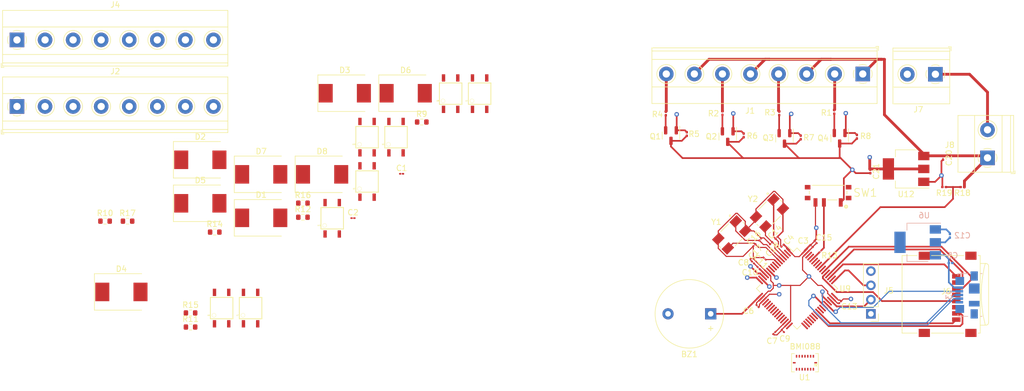
<source format=kicad_pcb>
(kicad_pcb (version 20211014) (generator pcbnew)
  (layers (0 "F.Cu" signal) (1 "In1.Cu" power) (2 "In2.Cu" power) (31 "B.Cu" signal) (34 "B.Paste" user) (35 "F.Paste" user) (36 "B.SilkS" user "B.Silkscreen") (37 "F.SilkS" user "F.Silkscreen") (38 "B.Mask" user) (39 "F.Mask" user) (44 "Edge.Cuts" user))
  (net 0 "")
  (net 1 "BUZZER")
  (net 2 "GND")
  (net 3 "3.3V")
  (net 4 "Net-(C5-Pad1)")
  (net 5 "Net-(C7-Pad1)")
  (net 6 "Net-(C10-Pad2)")
  (net 7 "Net-(C11-Pad1)")
  (net 8 "RCC_OSC32_OUT")
  (net 9 "RCC_OSC32_IN")
  (net 10 "RCC_OSC_IN")
  (net 11 "RCC_OSC_OUT")
  (net 12 "PWR")
  (net 13 "Net-(D1-Pad1)")
  (net 14 "Net-(D2-Pad1)")
  (net 15 "Net-(D3-Pad1)")
  (net 16 "Net-(D4-Pad1)")
  (net 17 "Net-(D5-Pad1)")
  (net 18 "Net-(D6-Pad1)")
  (net 19 "Net-(D7-Pad1)")
  (net 20 "Net-(J1-Pad2)")
  (net 21 "Net-(J1-Pad4)")
  (net 22 "Net-(J1-Pad6)")
  (net 23 "Net-(J1-Pad8)")
  (net 24 "USB_OTG_FS_DM")
  (net 25 "USB_OTG_FS_DP")
  (net 26 "USB_OTG_FS_ID")
  (net 28 "SYS_JTMS-SWDIO")
  (net 29 "SYS_JTCK_SWCLK")
  (net 30 "SDIO_D2")
  (net 31 "SDIO_D3")
  (net 32 "SDIO_CMD")
  (net 33 "SDIO_CK")
  (net 34 "SDIO_D0")
  (net 35 "SDIO_D1")
  (net 37 "BATT+")
  (net 38 "PYRO4")
  (net 39 "Net-(Q1-Pad2)")
  (net 40 "PYRO3")
  (net 41 "Net-(Q2-Pad2)")
  (net 42 "PYRO2")
  (net 43 "Net-(Q3-Pad2)")
  (net 44 "PYRO1")
  (net 45 "Net-(Q4-Pad2)")
  (net 46 "Net-(R9-Pad1)")
  (net 47 "SOL2")
  (net 48 "Net-(R10-Pad1)")
  (net 49 "SOL3")
  (net 50 "Net-(R11-Pad1)")
  (net 51 "SOL1")
  (net 52 "Net-(R12-Pad1)")
  (net 53 "SOL4")
  (net 54 "Net-(R13-Pad1)")
  (net 55 "Net-(R13-Pad2)")
  (net 56 "Net-(R14-Pad1)")
  (net 57 "SOL5")
  (net 58 "Net-(R15-Pad1)")
  (net 59 "SOL8")
  (net 60 "Net-(R16-Pad1)")
  (net 61 "SOL6")
  (net 62 "Net-(R17-Pad1)")
  (net 63 "SOL7")
  (net 64 "VMON")
  (net 66 "INT_ACC1")
  (net 67 "MISO")
  (net 68 "CS1_ACC")
  (net 69 "INT_GYRO2")
  (net 70 "INT_GYRO1")
  (net 71 "MOSI")
  (net 72 "SCK")
  (net 73 "CS2_GYRO")
  (net 74 "INT_ACC2")
  (net 85 "Net-(D8-Pad1)")
  (footprint "Resistor_SMD:R_0603_1608Metric" (layer "F.Cu") (at 54.8268 55.2422)
    (fp_text reference "R16")
    (fp_text value "270")
  )
  (footprint "Resistor_SMD:R_0603_1608Metric" (layer "F.Cu") (at 75.9968 40.7922)
    (fp_text reference "R9")
    (fp_text value "270")
  )
  (footprint "Diode_SMD:D_SMC" (layer "F.Cu") (at 62.2868 35.6622)
    (fp_text reference "D3")
    (fp_text value "B330")
  )
  (footprint "Package_TO_SOT_SMD:SOT-23" (layer "F.Cu") (at 140.6144 43.713399 -90)
    (fp_text reference "Q3")
    (fp_text value "2N7002K")
  )
  (footprint "Capacitor_SMD:C_01005_0402Metric" (layer "F.Cu") (at 137.071233 65.114883 135)
    (fp_text reference "C11")
    (fp_text value "100nF")
  )
  (footprint "Capacitor_SMD:C_01005_0402Metric" (layer "F.Cu") (at 138.798433 78.373683 -135)
    (fp_text reference "C7")
    (fp_text value "4.7uF")
  )
  (footprint "Diode_SMD:D_SMC" (layer "F.Cu") (at 22.4868 71.0622)
    (fp_text reference "D4")
    (fp_text value "B330")
  )
  (footprint "BMI088:BMI088" (layer "F.Cu") (at 144.26585 83.674573 180)
    (fp_text reference "U1")
    (fp_text value "BMI088")
  )
  (footprint "TerminalBlock_Phoenix:TerminalBlock_Phoenix_MKDS-1,5-2_1x02_P5.00mm_Horizontal" (layer "F.Cu") (at 176.7842 47.1786 90)
    (fp_text reference "J8")
    (fp_text value "Screw_Terminal_01x02")
  )
  (footprint "Capacitor_SMD:C_01005_0402Metric" (layer "F.Cu") (at 63.7468 57.9122)
    (fp_text reference "C2")
    (fp_text value "100nF")
  )
  (footprint "CPC1020NTR:4-SOP" (layer "F.Cu") (at 86.3025 35.7372)
    (fp_text reference "U4")
    (fp_text value "CPC1020NTR")
  )
  (footprint "Resistor_SMD:R_0201_0603Metric" (layer "F.Cu") (at 143.51 43.535599 90)
    (fp_text reference "R7")
    (fp_text value "470")
  )
  (footprint "TerminalBlock_Phoenix:TerminalBlock_Phoenix_MKDS-1,5-8_1x08_P5.00mm_Horizontal" (layer "F.Cu") (at 154.5584 32.232399 180)
    (fp_text reference "J1")
    (fp_text value "Screw_Terminal_01x08")
  )
  (footprint "Buzzer_Beeper:Buzzer_12x9.5RM7.6" (layer "F.Cu") (at 127.468922 74.960922 180)
    (fp_text reference "BZ1")
    (fp_text value "Buzzer")
  )
  (footprint "CPC1020NTR:4-SOP" (layer "F.Cu") (at 60.0425 57.9372)
    (fp_text reference "U11")
    (fp_text value "CPC1020NTR")
  )
  (footprint "Package_TO_SOT_SMD:SOT-23" (layer "F.Cu") (at 130.5052 43.383199 -90)
    (fp_text reference "Q2")
    (fp_text value "2N7002K")
  )
  (footprint "Package_TO_SOT_SMD:SOT-223-3_TabPin2" (layer "F.Cu") (at 162.2806 49.148999 180)
    (fp_text reference "U12")
    (fp_text value "NCP1117-3.3_SOT223")
  )
  (footprint "Capacitor_SMD:C_01005_0402Metric" (layer "F.Cu") (at 139.204832 61.406484 45)
    (fp_text reference "C14")
    (fp_text value "26pf")
  )
  (footprint "Resistor_SMD:R_0603_1608Metric" (layer "F.Cu") (at 54.8268 57.7522)
    (fp_text reference "R12")
    (fp_text value "270")
  )
  (footprint "CPC1020NTR:4-SOP" (layer "F.Cu") (at 45.5025 73.9372)
    (fp_text reference "U7")
    (fp_text value "CPC1020NTR")
  )
  (footprint "Capacitor_SMD:C_01005_0402Metric" (layer "F.Cu") (at 150.524078 72.894322 -135)
    (fp_text reference "C13")
    (fp_text value "100nF")
  )
  (footprint "Resistor_SMD:R_0603_1608Metric" (layer "F.Cu") (at 34.8068 74.8022)
    (fp_text reference "R15")
    (fp_text value "270")
  )
  (footprint "Capacitor_SMD:C_0201_0603Metric" (layer "F.Cu") (at 155.9052 49.580799 -90)
    (fp_text reference "C21")
    (fp_text value "10uF")
  )
  (footprint "CPC1020NTR:4-SOP" (layer "F.Cu") (at 81.1425 35.7372)
    (fp_text reference "U8")
    (fp_text value "CPC1020NTR")
  )
  (footprint "Resistor_SMD:R_0201_0603Metric" (layer "F.Cu") (at 119.4816 39.268399 90)
    (fp_text reference "R4")
    (fp_text value "1")
  )
  (footprint "CPC1020NTR:4-SOP" (layer "F.Cu") (at 66.2525 51.3872)
    (fp_text reference "U2")
    (fp_text value "CPC1020NTR")
  )
  (footprint "Resistor_SMD:R_0603_1608Metric" (layer "F.Cu") (at 39.1168 60.4022)
    (fp_text reference "R14")
    (fp_text value "270")
  )
  (footprint "Connector_PinHeader_2.54mm:PinHeader_1x04_P2.54mm_Vertical" (layer "F.Cu") (at 156.010478 74.967122 180)
    (fp_text reference "J5")
    (fp_text value "Conn_01x04")
  )
  (footprint "Capacitor_SMD:C_01005_0402Metric" (layer "F.Cu") (at 135.816086 73.579468 135)
    (fp_text reference "C6")
    (fp_text value "100nF")
  )
  (footprint "PCM12SMTR:SW_PCM12SMTR" (layer "F.Cu") (at 148.3868 53.3654 180)
    (fp_text reference "SW1")
    (fp_text value "PCM12SMTR")
  )
  (footprint "Package_TO_SOT_SMD:SOT-23" (layer "F.Cu") (at 120.396 43.205399 -90)
    (fp_text reference "Q1")
    (fp_text value "2N7002K")
  )
  (footprint "Capacitor_SMD:C_0201_0603Metric" (layer "F.Cu") (at 168.8592 47.1678 -90)
    (fp_text reference "C20")
    (fp_text value "100nF")
  )
  (footprint "Capacitor_SMD:C_01005_0402Metric" (layer "F.Cu") (at 140.271633 62.828883 -135)
    (fp_text reference "C4")
    (fp_text value "100nF")
  )
  (footprint "Package_TO_SOT_SMD:SOT-23" (layer "F.Cu") (at 150.4442 43.687999 -90)
    (fp_text reference "Q4")
    (fp_text value "2N7002K")
  )
  (footprint "Resistor_SMD:R_0603_1608Metric" (layer "F.Cu") (at 23.5868 58.4522)
    (fp_text reference "R17")
    (fp_text value "270")
  )
  (footprint "CPC1020NTR:4-SOP" (layer "F.Cu") (at 71.4125 43.4872)
    (fp_text reference "U3")
    (fp_text value "CPC1020NTR")
  )
  (footprint "Resistor_SMD:R_0201_0603Metric" (layer "F.Cu") (at 172.3136 52.3748 180)
    (fp_text reference "R18")
    (fp_text value "1M")
  )
  (footprint "Capacitor_SMD:C_01005_0402Metric" (layer "F.Cu") (at 138.239633 62.371683 -135)
    (fp_text reference "C18")
    (fp_text value "26uf")
  )
  (footprint "Diode_SMD:D_SMC" (layer "F.Cu") (at 36.5468 47.5222)
    (fp_text reference "D2")
    (fp_text value "B330")
  )
  (footprint "Capacitor_SMD:C_01005_0402Metric" (layer "F.Cu") (at 136.004024 66.807068 135)
    (fp_text reference "C10")
    (fp_text value "1uF")
  )
  (footprint "Resistor_SMD:R_0201_0603Metric" (layer "F.Cu") (at 133.35 43.169799 90)
    (fp_text reference "R6")
    (fp_text value "470")
  )
  (footprint "Diode_SMD:D_SMC" (layer "F.Cu") (at 73.1368 35.6622)
    (fp_text reference "D6")
    (fp_text value "B330")
  )
  (footprint "Resistor_SMD:R_0201_0603Metric" (layer "F.Cu") (at 149.479 38.988999 90)
    (fp_text reference "R1")
    (fp_text value "1")
  )
  (footprint "Capacitor_SMD:C_01005_0402Metric" (layer "F.Cu") (at 135.242433 62.727283 -135)
    (fp_text reference "C17")
    (fp_text value "26uf")
  )
  (footprint "TerminalBlock_Phoenix:TerminalBlock_Phoenix_MKDS-1,5-8_1x08_P5.00mm_Horizontal" (layer "F.Cu") (at 3.8868 38.0222)
    (fp_text reference "J2")
    (fp_text value "Screw_Terminal_01x08")
  )
  (footprint "Resistor_SMD:R_0201_0603Metric" (layer "F.Cu") (at 129.5654 39.202799 90)
    (fp_text reference "R2")
    (fp_text value "1")
  )
  (footprint "Resistor_SMD:R_0603_1608Metric" (layer "F.Cu") (at 19.5768 58.4522)
    (fp_text reference "R10")
    (fp_text value "270")
  )
  (footprint "Capacitor_SMD:C_01005_0402Metric" (layer "F.Cu") (at 135.004678 65.807722 135)
    (fp_text reference "C8")
    (fp_text value "100nF")
  )
  (footprint "Diode_SMD:D_SMC" (layer "F.Cu") (at 36.5468 55.2722)
    (fp_text reference "D5")
    (fp_text value "B330")
  )
  (footprint "Resistor_SMD:R_0201_0603Metric" (layer "F.Cu") (at 153.5176 43.408599 90)
    (fp_text reference "R8")
    (fp_text value "470")
  )
  (footprint "ABMM2_6mm_3_6mm:XTAL_ABMM2-32.768MHZ-E2F-T" (layer "F.Cu") (at 137.934833 56.986883 -45)
    (fp_text reference "Y2")
    (fp_text value "ABMM2-32.768MHZ-E2F-T")
  )
  (footprint "Resistor_SMD:R_0603_1608Metric" (layer "F.Cu") (at 34.8068 77.3122)
    (fp_text reference "R11")
    (fp_text value "270")
  )
  (footprint "Diode_SMD:D_SMC" (layer "F.Cu") (at 47.3968 50.1122)
    (fp_text reference "D7")
    (fp_text value "B330")
  )
  (footprint "Resistor_SMD:R_01005_0402Metric" (layer "F.Cu") (at 147.018878 63.826522 45)
    (fp_text reference "R13")
    (fp_text value "10k")
  )
  (footprint "Capacitor_SMD:C_01005_0402Metric" (layer "F.Cu") (at 145.453233 62.879683 -45)
    (fp_text reference "C3")
    (fp_text value "100nF")
  )
  (footprint "Connector_Card:microSD_HC_Wuerth_693072010801" (layer "F.Cu") (at 169.675078 71.489122 -90)
    (fp_text reference "J6")
    (fp_text value "Micro_SD_Card")
  )
  (footprint "Diode_SMD:D_SMC" (layer "F.Cu") (at 58.2468 50.1122)
    (fp_text reference "D8")
    (fp_text value "B330")
  )
  (footprint "Package_QFP:LQFP-64_10x10mm_P0.5mm" (layer "F.Cu") (at 142.853278 70.455922 -45)
    (fp_text reference "U9")
    (fp_text value "STM32F401RDTx")
  )
  (footprint "Capacitor_SMD:C_01005_0402Metric" (layer "F.Cu") (at 140.322433 78.018083 135)
    (fp_text reference "C9")
    (fp_text value "100nF")
  )
  (footprint "TerminalBlock_Phoenix:TerminalBlock_Phoenix_MKDS-1,5-2_1x02_P5.00mm_Horizontal" (layer "F.Cu") (at 167.4984 32.283199 180)
    (fp_text reference "J7")
    (fp_text value "Screw_Terminal_01x02")
  )
  (footprint "Resistor_SMD:R_0201_0603Metric" (layer "F.Cu") (at 139.6746 39.242999 90)
    (fp_text reference "R3")
    (fp_text value "1")
  )
  (footprint "ABMM2_6mm_3_6mm:XTAL_ABMM2-25.000MHZ-D1-T" (layer "F.Cu") (at 131.229233 60.898483 -45)
    (fp_text reference "Y1")
    (fp_text value "ABMM2-25MHZ-D1-T")
  )
  (footprint "Resistor_SMD:R_0201_0603Metric" (layer "F.Cu") (at 123.2154 42.925999 90)
    (fp_text reference "R5")
    (fp_text value "470")
  )
  (footprint "Capacitor_SMD:C_01005_0402Metric" (layer "F.Cu") (at 146.164433 62.168483 135)
    (fp_text reference "C15")
    (fp_text value "4.7uF")
  )
  (footprint "CPC1020NTR:4-SOP" (layer "F.Cu") (at 40.3425 73.9372)
    (fp_text reference "U5")
    (fp_text value "CPC1020NTR")
  )
  (footprint "CPC1020NTR:4-SOP" (layer "F.Cu") (at 66.2525 43.4872)
    (fp_text reference "U10")
    (fp_text value "CPC1020NTR")
  )
  (footprint "Capacitor_SMD:C_01005_0402Metric" (layer "F.Cu") (at 72.4068 50.0122)
    (fp_text reference "C1")
    (fp_text value "100nF")
  )
  (footprint "Capacitor_SMD:C_01005_0402Metric" (layer "F.Cu") (at 136.309233 61.711283 45)
    (fp_text reference "C16")
    (fp_text value "26pf")
  )
  (footprint "Resistor_SMD:R_0201_0603Metric" (layer "F.Cu") (at 169.0624 52.3748 180)
    (fp_text reference "R19")
    (fp_text value "100K")
  )
  (footprint "TerminalBlock_Phoenix:TerminalBlock_Phoenix_MKDS-1,5-8_1x08_P5.00mm_Horizontal" (layer "F.Cu") (at 3.8868 26.1622)
    (fp_text reference "J4")
    (fp_text value "Screw_Terminal_01x08")
  )
  (footprint "Diode_SMD:D_SMC" (layer "F.Cu") (at 47.3968 57.8622)
    (fp_text reference "D1")
    (fp_text value "B330")
  )
  (footprint "Capacitor_SMD:C_0201_0603Metric" (layer "B.Cu") (at 170.209078 65.909322)
    (fp_text reference "C5")
    (fp_text value "100nF")
  )
  (footprint "Connector_USB:USB_Micro-B_Molex_47346-0001" (layer "B.Cu") (at 173.215878 71.598922 -90)
    (fp_text reference "J3")
    (fp_text value "USB_B_Micro")
  )
  (footprint "Package_TO_SOT_SMD:SOT-223-3_TabPin2" (layer "B.Cu") (at 164.341678 62.226322 180)
    (fp_text reference "U6")
    (fp_text value "NCP1117-3.3_SOT223")
  )
  (footprint "Capacitor_SMD:C_0201_0603Metric" (layer "B.Cu") (at 170.082078 61.057922 90)
    (fp_text reference "C12")
    (fp_text value "10uF")
  )
  (segment (start 136.188797 71.817103) (end 133.044978 74.960922) (width 0.3) (layer "F.Cu") (net 1))
  (segment (start 133.044978 74.960922) (end 127.468922 74.960922) (width 0.3) (layer "F.Cu") (net 1))
  (segment (start 135.53067 58.294102) (end 135.53067 57.69399) (width 0.2) (layer "F.Cu") (net 2))
  (segment (start 139.931989 61.780087) (end 139.381609 61.229707) (width 0.2) (layer "F.Cu") (net 2))
  (segment (start 153.304199 49.900799) (end 152.7048 49.3014) (width 0.3) (layer "F.Cu") (net 2))
  (segment (start 168.7424 52.3748) (end 168.7424 50.48) (width 0.3) (layer "F.Cu") (net 2))
  (segment (start 138.062856 62.54846) (end 136.947303 61.432907) (width 0.2) (layer "F.Cu") (net 2))
  (segment (start 165.4306 51.448999) (end 167.448201 51.448999) (width 0.3) (layer "F.Cu") (net 2))
  (segment (start 145.63001 63.082996) (end 144.568012 64.144994) (width 0.2) (layer "F.Cu") (net 2))
  (segment (start 140.338996 56.279776) (end 140.338996 60.27232) (width 0.25) (layer "F.Cu") (net 2))
  (segment (start 123.2154 43.245999) (end 122.3185 44.142899) (width 0.3) (layer "F.Cu") (net 2))
  (segment (start 151.1868 54.5654) (end 151.1868 50.8194) (width 0.3) (layer "F.Cu") (net 2))
  (segment (start 150.4442 44.625499) (end 150.4442 47.0408) (width 0.3) (layer "F.Cu") (net 2))
  (segment (start 138.621656 78.55046) (end 138.784525 78.713327) (width 0.2) (layer "F.Cu") (net 2))
  (segment (start 150.4442 47.0408) (end 150.622 47.2186) (width 0.3) (layer "F.Cu") (net 2))
  (segment (start 135.53067 57.69399) (end 135.53067 56.279774) (width 0.2) (layer "F.Cu") (net 2))
  (segment (start 137.7442 70.9168) (end 138.100994 70.9168) (width 0.2) (layer "F.Cu") (net 2))
  (segment (start 149.164206 72.176806) (end 150.058499 73.071099) (width 0.2) (layer "F.Cu") (net 2))
  (segment (start 141.707999 69.924801) (end 141.732 69.9008) (width 0.2) (layer "F.Cu") (net 2))
  (segment (start 135.14288 60.191376) (end 133.633396 60.191376) (width 0.2) (layer "F.Cu") (net 2))
  (segment (start 139.273635 78.713327) (end 140.145656 77.841306) (width 0.2) (layer "F.Cu") (net 2))
  (segment (start 168.5798 47.7672) (end 168.8592 47.4878) (width 0.3) (layer "F.Cu") (net 2))
  (segment (start 136.47164 72.170656) (end 136.54235 72.170656) (width 0.2) (layer "F.Cu") (net 2))
  (segment (start 146.5834 69.9008) (end 147.250506 69.9008) (width 0.2) (layer "F.Cu") (net 2))
  (segment (start 150.058499 73.071099) (end 150.347301 73.071099) (width 0.2) (layer "F.Cu") (net 2))
  (segment (start 141.732 69.9008) (end 143.383 69.9008) (width 0.2) (layer "F.Cu") (net 2))
  (segment (start 128.82507 60.191374) (end 131.953495 57.062949) (width 0.2) (layer "F.Cu") (net 2))
  (segment (start 140.338996 60.27232) (end 139.399286 61.21203) (width 0.25) (layer "F.Cu") (net 2))
  (segment (start 153.5176 43.728599) (end 152.6207 44.625499) (width 0.3) (layer "F.Cu") (net 2))
  (segment (start 138.659095 53.151349) (end 138.907625 53.151349) (width 0.2) (layer "F.Cu") (net 2))
  (segment (start 140.145656 77.841306) (end 140.145656 77.759738) (width 0.2) (layer "F.Cu") (net 2))
  (segment (start 138.172465 69.070693) (end 138.172465 68.249983) (width 0.2) (layer "F.Cu") (net 2))
  (segment (start 130.5052 44.320699) (end 130.5052 44.4754) (width 0.3) (layer "F.Cu") (net 2))
  (segment (start 133.35 43.489799) (end 132.5191 44.320699) (width 0.3) (layer "F.Cu") (net 2))
  (segment (start 134.522078 65.121922) (end 135.044404 65.121922) (width 0.2) (layer "F.Cu") (net 2))
  (segment (start 167.448201 51.448999) (end 168.5798 50.3174) (width 0.3) (layer "F.Cu") (net 2))
  (segment (start 140.145656 77.759738) (end 141.138544 76.76685) (width 0.2) (layer "F.Cu") (net 2))
  (segment (start 144.9832 68.3006) (end 146.5834 69.9008) (width 0.2) (layer "F.Cu") (net 2))
  (segment (start 155.9052 49.900799) (end 153.304199 49.900799) (width 0.3) (layer "F.Cu") (net 2))
  (segment (start 136.54235 72.11865) (end 137.7442 70.9168) (width 0.2) (layer "F.Cu") (net 2))
  (segment (start 152.6207 44.625499) (end 150.4442 44.625499) (width 0.3) (layer "F.Cu") (net 2))
  (segment (start 135.53067 56.279774) (end 138.659095 53.151349) (width 0.2) (layer "F.Cu") (net 2))
  (segment (start 139.931989 62.842791) (end 139.931989 61.780087) (width 0.2) (layer "F.Cu") (net 2))
  (segment (start 120.396 45.1612) (end 120.396 44.142899) (width 0.3) (layer "F.Cu") (net 2))
  (segment (start 148.3106 70.960894) (end 148.3106 71.3232) (width 0.2) (layer "F.Cu") (net 2))
  (segment (start 122.4534 47.2186) (end 120.396 45.1612) (width 0.3) (layer "F.Cu") (net 2))
  (segment (start 140.6144 44.650899) (end 143.182101 47.2186) (width 0.3) (layer "F.Cu") (net 2))
  (segment (start 168.5798 50.3174) (end 168.5798 47.7672) (width 0.3) (layer "F.Cu") (net 2))
  (segment (start 152.7048 49.3014) (end 150.622 47.2186) (width 0.3) (layer "F.Cu") (net 2))
  (segment (start 151.1868 50.8194) (end 152.7048 49.3014) (width 0.3) (layer "F.Cu") (net 2))
  (segment (start 122.3185 44.142899) (end 120.396 44.142899) (width 0.3) (layer "F.Cu") (net 2))
  (segment (start 143.182101 47.2186) (end 143.2306 47.2186) (width 0.3) (layer "F.Cu") (net 2))
  (segment (start 140.094856 63.00566) (end 139.931989 62.842791) (width 0.2) (layer "F.Cu") (net 2))
  (segment (start 143.51 43.855599) (end 142.7147 44.650899) (width 0.3) (layer "F.Cu") (net 2))
  (segment (start 136.894456 64.938106) (end 135.270724 64.938106) (width 0.2) (layer "F.Cu") (net 2))
  (segment (start 128.82507 63.302646) (end 128.82507 61.60559) (width 0.2) (layer "F.Cu") (net 2))
  (segment (start 132.5191 44.320699) (end 130.5052 44.320699) (width 0.3) (layer "F.Cu") (net 2))
  (segment (start 146.34121 62.34526) (end 145.63001 63.05646) (width 0.2) (layer "F.Cu") (net 2))
  (segment (start 148.3106 71.3232) (end 149.158056 72.170656) (width 0.2) (layer "F.Cu") (net 2))
  (segment (start 138.618322 69.51655) (end 138.172465 69.070693) (width 0.2) (layer "F.Cu") (net 2))
  (segment (start 141.707999 76.197395) (end 141.707999 69.924801) (width 0.2) (layer "F.Cu") (net 2))
  (segment (start 139.6746 69.9008) (end 141.732 69.9008) (width 0.2) (layer "F.Cu") (net 2))
  (segment (start 128.82507 61.60559) (end 128.82507 60.191374) (width 0.2) (layer "F.Cu") (net 2))
  (segment (start 134.827901 65.630945) (end 134.522078 65.325122) (width 0.2) (layer "F.Cu") (net 2))
  (segment (start 168.7424 50.48) (end 168.5798 50.3174) (width 0.3) (layer "F.Cu") (net 2))
  (segment (start 133.633396 60.191376) (end 135.53067 58.294102) (width 0.2) (layer "F.Cu") (net 2))
  (segment (start 149.164206 72.170656) (end 149.164206 72.176806) (width 0.2) (layer "F.Cu") (net 2))
  (segment (start 133.235699 64.734017) (end 130.256441 64.734017) (width 0.2) (layer "F.Cu") (net 2))
  (segment (start 133.2484 47.2186) (end 122.4534 47.2186) (width 0.3) (layer "F.Cu") (net 2))
  (segment (start 135.065656 62.90406) (end 133.235699 64.734017) (width 0.2) (layer "F.Cu") (net 2))
  (segment (start 138.618322 69.839478) (end 138.618322 69.51655) (width 0.2) (layer "F.Cu") (net 2))
  (segment (start 131.953495 57.062949) (end 132.202025 57.062949) (width 0.2) (layer "F.Cu") (net 2))
  (segment (start 135.065656 65.143174) (end 135.065656 62.90406) (width 0.2) (layer "F.Cu") (net 2))
  (segment (start 144.568012 64.144994) (end 143.8402 64.872806) (width 0.2) (layer "F.Cu") (net 2))
  (segment (start 142.7147 44.650899) (end 140.6144 44.650899) (width 0.3) (layer "F.Cu") (net 2))
  (segment (start 147.250506 69.9008) (end 148.3106 70.960894) (width 0.2) (layer "F.Cu") (net 2))
  (segment (start 138.679644 69.9008) (end 138.618322 69.839478) (width 0.2) (layer "F.Cu") (net 2))
  (segment (start 143.383 69.9008) (end 144.9832 68.3006) (width 0.2) (layer "F.Cu") (net 2))
  (segment (start 143.8402 64.872806) (end 143.8402 67.1576) (width 0.2) (layer "F.Cu") (net 2))
  (segment (start 134.779847 65.608291) (end 134.792547 65.595591) (width 0.3) (layer "F.Cu") (net 2))
  (segment (start 149.158056 72.170656) (end 149.164206 72.170656) (width 0.2) (layer "F.Cu") (net 2))
  (segment (start 143.2306 47.2186) (end 133.2484 47.2186) (width 0.3) (layer "F.Cu") (net 2))
  (segment (start 138.907625 53.151349) (end 140.338996 54.58272) (width 0.2) (layer "F.Cu") (net 2))
  (segment (start 143.8402 67.1576) (end 144.9832 68.3006) (width 0.2) (layer "F.Cu") (net 2))
  (segment (start 132.202025 57.062949) (end 133.633396 58.49432) (width 0.2) (layer "F.Cu") (net 2))
  (segment (start 130.5052 44.4754) (end 133.2484 47.2186) (width 0.3) (layer "F.Cu") (net 2))
  (segment (start 133.633396 58.49432) (end 133.633396 60.191376) (width 0.2) (layer "F.Cu") (net 2))
  (segment (start 135.639309 73.002987) (end 136.47164 72.170656) (width 0.2) (layer "F.Cu") (net 2))
  (segment (start 135.270724 64.938106) (end 135.065656 65.143174) (width 0.2) (layer "F.Cu") (net 2))
  (segment (start 136.48601 61.534506) (end 135.14288 60.191376) (width 0.2) (layer "F.Cu") (net 2))
  (segment (start 150.6368 55.1154) (end 151.1868 54.5654) (width 0.3) (layer "F.Cu") (net 2))
  (segment (start 135.639309 73.402691) (end 135.639309 73.002987) (width 0.2) (layer "F.Cu") (net 2))
  (segment (start 137.60301 67.680528) (end 135.065656 65.143174) (width 0.2) (layer "F.Cu") (net 2))
  (segment (start 135.044404 65.121922) (end 135.065656 65.143174) (width 0.2) (layer "F.Cu") (net 2))
  (segment (start 130.256441 64.734017) (end 128.82507 63.302646) (width 0.2) (layer "F.Cu") (net 2))
  (segment (start 140.338996 54.58272) (end 140.338996 56.279776) (width 0.2) (layer "F.Cu") (net 2))
  (segment (start 136.54235 72.170656) (end 136.54235 72.11865) (width 0.2) (layer "F.Cu") (net 2))
  (segment (start 150.622 47.2186) (end 143.2306 47.2186) (width 0.3) (layer "F.Cu") (net 2))
  (segment (start 138.100994 70.9168) (end 138.618322 70.399472) (width 0.2) (layer "F.Cu") (net 2))
  (segment (start 138.172465 68.249983) (end 137.60301 67.680528) (width 0.2) (layer "F.Cu") (net 2))
  (segment (start 138.784525 78.713327) (end 139.273635 78.713327) (width 0.2) (layer "F.Cu") (net 2))
  (segment (start 134.522078 65.325122) (end 134.522078 65.121922) (width 0.2) (layer "F.Cu") (net 2))
  (segment (start 145.63001 63.05646) (end 145.63001 63.082996) (width 0.2) (layer "F.Cu") (net 2))
  (segment (start 141.138544 76.76685) (end 141.707999 76.197395) (width 0.2) (layer "F.Cu") (net 2))
  (segment (start 139.6746 69.9008) (end 138.679644 69.9008) (width 0.2) (layer "F.Cu") (net 2))
  (segment (start 136.947303 61.432907) (end 136.384409 61.432907) (width 0.2) (layer "F.Cu") (net 2))
  (segment (start 138.618322 70.399472) (end 138.618322 69.839478) (width 0.2) (layer "F.Cu") (net 2))
  (via (at 139.6746 69.9008) (size 0.8) (drill 0.4) (layers "F.Cu" "B.Cu") (net 2))
  (via (at 144.9832 68.3006) (size 0.8) (drill 0.4) (layers "F.Cu" "B.Cu") (net 2))
  (via (at 168.5798 50.3174) (size 0.8) (drill 0.4) (layers "F.Cu" "B.Cu") (net 2))
  (via (at 152.7048 49.3014) (size 0.8) (drill 0.4) (layers "F.Cu" "B.Cu") (net 2))
  (via (at 119.884322 74.960922) (size 0.8) (drill 0.4) (layers "F.Cu" "B.Cu") (remove_unused_layers) (net 2))
  (segment (start 169.433078 59.926322) (end 167.491678 59.926322) (width 0.3) (layer "B.Cu") (net 2))
  (segment (start 170.082078 60.737922) (end 170.082078 60.575322) (width 0.3) (layer "B.Cu") (net 2))
  (segment (start 170.082078 60.575322) (end 169.433078 59.926322) (width 0.3) (layer "B.Cu") (net 2))
  (segment (start 136.234573 67.019199) (end 136.216155 67.019199) (width 0.3) (layer "F.Cu") (net 3))
  (segment (start 146.1368 59.4974) (end 146.2786 59.6392) (width 0.2) (layer "F.Cu") (net 3))
  (segment (start 141.492097 63.793497) (end 142.4686 64.77) (width 0.2) (layer "F.Cu") (net 3))
  (segment (start 137.249457 68.034081) (end 136.234573 67.019199) (width 0.3) (layer "F.Cu") (net 3))
  (segment (start 155.977 49.148999) (end 155.9052 49.220799) (width 0.5) (layer "F.Cu") (net 3))
  (segment (start 136.15573 73.26727) (end 136.15573 73.593378) (width 0.2) (layer "F.Cu") (net 3))
  (segment (start 151.1046 72.3138) (end 150.700855 72.717545) (width 0.2) (layer "F.Cu") (net 3))
  (segment (start 146.2786 61.630054) (end 145.952302 61.956352) (width 0.3) (layer "F.Cu") (net 3))
  (segment (start 150.700855 72.717545) (end 150.500308 72.517) (width 0.2) (layer "F.Cu") (net 3))
  (segment (start 155.8652 49.220799) (end 155.9052 49.220799) (width 0.5) (layer "F.Cu") (net 3))
  (segment (start 137.9474 71.4756) (end 139.6746 71.4756) (width 0.2) (layer "F.Cu") (net 3))
  (segment (start 144.214459 63.694195) (end 145.241102 62.667552) (width 0.3) (layer "F.Cu") (net 3))
  (segment (start 159.1306 49.148999) (end 155.977 49.148999) (width 0.5) (layer "F.Cu") (net 3))
  (segment (start 142.4686 64.77) (end 143.2359 64.77) (width 0.2) (layer "F.Cu") (net 3))
  (segment (start 141.492097 63.791441) (end 141.492097 63.625085) (width 0.3) (layer "F.Cu") (net 3))
  (segment (start 141.492097 63.625085) (end 140.483764 62.616752) (width 0.3) (layer "F.Cu") (net 3))
  (segment (start 136.895903 72.524209) (end 136.898791 72.524209) (width 0.2) (layer "F.Cu") (net 3))
  (segment (start 145.987656 61.991706) (end 145.276456 62.702906) (width 0.2) (layer "F.Cu") (net 3))
  (segment (start 144.214459 63.791441) (end 144.214459 63.694195) (width 0.3) (layer "F.Cu") (net 3))
  (segment (start 150.217656 72.517) (end 149.517759 71.817103) (width 0.2) (layer "F.Cu") (net 3))
  (segment (start 141.492097 63.791441) (end 141.492097 63.793497) (width 0.2) (layer "F.Cu") (net 3))
  (segment (start 152.4508 72.3138) (end 151.1046 72.3138) (width 0.2) (layer "F.Cu") (net 3))
  (segment (start 136.898791 72.524209) (end 137.9474 71.4756) (width 0.2) (layer "F.Cu") (net 3))
  (segment (start 150.500308 72.517) (end 150.217656 72.517) (width 0.2) (layer "F.Cu") (net 3))
  (segment (start 136.15573 73.593378) (end 135.992863 73.756245) (width 0.2) (layer "F.Cu") (net 3))
  (segment (start 136.895903 72.524209) (end 136.966615 72.524209) (width 0.2) (layer "F.Cu") (net 3))
  (segment (start 146.2786 59.6392) (end 146.2786 61.630054) (width 0.3) (layer "F.Cu") (net 3))
  (segment (start 143.2359 64.77) (end 144.214459 63.791441) (width 0.2) (layer "F.Cu") (net 3))
  (segment (start 155.8036 49.159199) (end 155.8652 49.220799) (width 0.5) (layer "F.Cu") (net 3))
  (segment (start 155.8036 47.0662) (end 155.8036 49.159199) (width 0.5) (layer "F.Cu") (net 3))
  (segment (start 165.4306 49.148999) (end 159.1306 49.148999) (width 0.5) (layer "F.Cu") (net 3))
  (segment (start 136.895903 72.527097) (end 136.15573 73.26727) (width 0.2) (layer "F.Cu") (net 3))
  (segment (start 136.895903 72.524209) (end 136.895903 72.527097) (width 0.2) (layer "F.Cu") (net 3))
  (segment (start 146.1368 55.1154) (end 146.1368 59.4974) (width 0.2) (layer "F.Cu") (net 3))
  (via (at 146.2786 59.6392) (size 0.8) (drill 0.4) (layers "F.Cu" "B.Cu") (net 3))
  (via (at 155.8036 47.0662) (size 0.8) (drill 0.4) (layers "F.Cu" "B.Cu") (net 3))
  (via (at 139.6746 71.4756) (size 0.8) (drill 0.4) (layers "F.Cu" "B.Cu") (net 3))
  (via (at 152.4508 72.3138) (size 0.8) (drill 0.4) (layers "F.Cu" "B.Cu") (net 3))
  (segment (start 167.491678 62.226322) (end 169.233678 62.226322) (width 0.3) (layer "B.Cu") (net 3))
  (segment (start 169.233678 62.226322) (end 170.082078 61.377922) (width 0.3) (layer "B.Cu") (net 3))
  (segment (start 169.889078 65.909322) (end 169.889078 65.208322) (width 0.3) (layer "B.Cu") (net 4))
  (segment (start 171.755878 70.298922) (end 170.840878 70.298922) (width 0.3) (layer "B.Cu") (net 4))
  (segment (start 170.840878 70.298922) (end 169.889078 69.347122) (width 0.3) (layer "B.Cu") (net 4))
  (segment (start 169.889078 65.208322) (end 169.207078 64.526322) (width 0.3) (layer "B.Cu") (net 4))
  (segment (start 169.889078 69.347122) (end 169.889078 65.909322) (width 0.3) (layer "B.Cu") (net 4))
  (segment (start 169.207078 64.526322) (end 167.491678 64.526322) (width 0.3) (layer "B.Cu") (net 4))
  (segment (start 139.001382 78.196906) (end 140.784991 76.413297) (width 0.2) (layer "F.Cu") (net 5))
  (segment (start 138.97521 78.196906) (end 139.001382 78.196906) (width 0.2) (layer "F.Cu") (net 5))
  (segment (start 135.181455 65.984499) (end 135.827247 66.630291) (width 0.2) (layer "F.Cu") (net 6))
  (segment (start 137.24801 65.29166) (end 138.749676 65.29166) (width 0.2) (layer "F.Cu") (net 7))
  (segment (start 138.749676 65.29166) (end 139.370777 65.912761) (width 0.2) (layer "F.Cu") (net 7))
  (segment (start 139.370777 65.912761) (end 139.300067 65.912761) (width 0.2) (layer "F.Cu") (net 7))
  (segment (start 138.436506 62.194906) (end 138.41641 62.194906) (width 0.2) (layer "F.Cu") (net 8))
  (segment (start 138.915322 62.673722) (end 138.436506 62.194906) (width 0.2) (layer "F.Cu") (net 8))
  (segment (start 140.431437 64.852101) (end 138.915322 63.335986) (width 0.2) (layer "F.Cu") (net 8))
  (segment (start 137.227726 61.006222) (end 137.227726 59.391046) (width 0.2) (layer "F.Cu") (net 8))
  (segment (start 138.915322 63.335986) (end 138.915322 62.673722) (width 0.2) (layer "F.Cu") (net 8))
  (segment (start 138.41641 62.194906) (end 137.227726 61.006222) (width 0.2) (layer "F.Cu") (net 8))
  (segment (start 140.215537 63.923137) (end 139.315322 63.022922) (width 0.2) (layer "F.Cu") (net 9))
  (segment (start 140.215537 63.929093) (end 140.215537 63.923137) (width 0.2) (layer "F.Cu") (net 9))
  (segment (start 140.784991 64.498547) (end 140.215537 63.929093) (width 0.2) (layer "F.Cu") (net 9))
  (segment (start 138.64194 55.365376) (end 138.544433 55.462883) (width 0.25) (layer "F.Cu") (net 9))
  (segment (start 139.315322 63.022922) (end 139.531989 62.806255) (width 0.2) (layer "F.Cu") (net 9))
  (segment (start 139.531989 62.806255) (end 139.531989 62.087195) (width 0.2) (layer "F.Cu") (net 9))
  (segment (start 138.719451 61.274657) (end 139.028055 61.583261) (width 0.2) (layer "F.Cu") (net 9))
  (segment (start 138.64194 54.58272) (end 138.64194 55.365376) (width 0.25) (layer "F.Cu") (net 9))
  (segment (start 138.684097 61.274657) (end 138.719451 61.274657) (width 0.2) (layer "F.Cu") (net 9))
  (segment (start 138.684097 55.602547) (end 138.684097 61.274657) (width 0.25) (layer "F.Cu") (net 9))
  (segment (start 139.531989 62.087195) (end 139.028055 61.583261) (width 0.2) (layer "F.Cu") (net 9))
  (segment (start 138.544433 55.462883) (end 138.684097 55.602547) (width 0.25) (layer "F.Cu") (net 9))
  (segment (start 136.132456 61.88806) (end 133.633024 61.88806) (width 0.2) (layer "F.Cu") (net 10))
  (segment (start 140.077884 65.205654) (end 140.007172 65.205654) (width 0.2) (layer "F.Cu") (net 10))
  (segment (start 133.633024 61.88806) (end 131.93634 60.191376) (width 0.2) (layer "F.Cu") (net 10))
  (segment (start 136.870079 62.625683) (end 136.132456 61.88806) (width 0.2) (layer "F.Cu") (net 10))
  (segment (start 140.007172 65.205654) (end 137.427201 62.625683) (width 0.2) (layer "F.Cu") (net 10))
  (segment (start 137.427201 62.625683) (end 136.870079 62.625683) (width 0.2) (layer "F.Cu") (net 10))
  (segment (start 131.93634 60.191376) (end 131.93634 58.49432) (width 0.2) (layer "F.Cu") (net 10))
  (segment (start 135.41921 62.550506) (end 135.256341 62.387639) (width 0.2) (layer "F.Cu") (net 11))
  (segment (start 135.256341 62.387639) (end 131.437133 62.387639) (width 0.2) (layer "F.Cu") (net 11))
  (segment (start 131.437133 62.387639) (end 130.522126 63.302646) (width 0.2) (layer "F.Cu") (net 11))
  (segment (start 139.72433 65.559208) (end 137.298805 63.133683) (width 0.2) (layer "F.Cu") (net 11))
  (segment (start 136.002387 63.133683) (end 135.41921 62.550506) (width 0.2) (layer "F.Cu") (net 11))
  (segment (start 137.298805 63.133683) (end 136.002387 63.133683) (width 0.2) (layer "F.Cu") (net 11))
  (segment (start 137.1744 29.616399) (end 137.922 29.616399) (width 0.5) (layer "F.Cu") (net 12))
  (segment (start 157.1744 29.616399) (end 157.9118 29.616399) (width 0.5) (layer "F.Cu") (net 12))
  (segment (start 165.4306 46.848999) (end 165.471799 46.8078) (width 0.5) (layer "F.Cu") (net 12))
  (segment (start 154.5584 32.232399) (end 157.1744 29.616399) (width 0.5) (layer "F.Cu") (net 12))
  (segment (start 165.471799 46.8078) (end 176.4134 46.8078) (width 0.5) (layer "F.Cu") (net 12))
  (segment (start 144.5584 32.232399) (end 147.1744 29.616399) (width 0.5) (layer "F.Cu") (net 12))
  (segment (start 134.5584 32.232399) (end 137.1744 29.616399) (width 0.5) (layer "F.Cu") (net 12))
  (segment (start 158.4198 39.496999) (end 158.4198 29.616399) (width 0.5) (layer "F.Cu") (net 12))
  (segment (start 176.7842 47.1786) (end 172.6736 51.2892) (width 0.5) (layer "F.Cu") (net 12))
  (segment (start 127.1744 29.616399) (end 124.5584 32.232399) (width 0.5) (layer "F.Cu") (net 12))
  (segment (start 172.6736 51.2892) (end 172.6736 52.3748) (width 0.5) (layer "F.Cu") (net 12))
  (segment (start 157.9118 29.616399) (end 148.8948 29.616399) (width 0.5) (layer "F.Cu") (net 12))
  (segment (start 158.4198 29.616399) (end 157.9118 29.616399) (width 0.5) (layer "F.Cu") (net 12))
  (segment (start 165.4306 46.507799) (end 158.4198 39.496999) (width 0.5) (layer "F.Cu") (net 12))
  (segment (start 165.4306 46.848999) (end 165.4306 46.507799) (width 0.5) (layer "F.Cu") (net 12))
  (segment (start 137.922 29.616399) (end 127.1744 29.616399) (width 0.5) (layer "F.Cu") (net 12))
  (segment (start 176.4134 46.8078) (end 176.7842 47.1786) (width 0.5) (layer "F.Cu") (net 12))
  (segment (start 147.1744 29.616399) (end 148.8948 29.616399) (width 0.5) (layer "F.Cu") (net 12))
  (segment (start 148.8948 29.616399) (end 137.922 29.616399) (width 0.5) (layer "F.Cu") (net 12))
  (segment (start 149.5584 32.232399) (end 149.5584 38.549599) (width 0.5) (layer "F.Cu") (net 20))
  (segment (start 149.5584 38.549599) (end 149.479 38.628999) (width 0.5) (layer "F.Cu") (net 20))
  (segment (start 139.5584 38.766799) (end 139.6746 38.882999) (width 0.5) (layer "F.Cu") (net 21))
  (segment (start 139.5584 32.232399) (end 139.5584 38.766799) (width 0.5) (layer "F.Cu") (net 21))
  (segment (start 129.5584 32.232399) (end 129.5584 38.835799) (width 0.5) (layer "F.Cu") (net 22))
  (segment (start 129.5584 38.835799) (end 129.5654 38.842799) (width 0.5) (layer "F.Cu") (net 22))
  (segment (start 119.5584 32.232399) (end 119.5584 38.831599) (width 0.5) (layer "F.Cu") (net 23))
  (segment (start 119.5584 38.831599) (end 119.4816 38.908399) (width 0.5) (layer "F.Cu") (net 23))
  (segment (start 148.103546 73.231316) (end 149.468352 74.596122) (width 0.3) (layer "F.Cu") (net 24))
  (segment (start 149.468352 74.596122) (end 149.736678 74.596122) (width 0.3) (layer "F.Cu") (net 24))
  (via (at 149.736678 74.596122) (size 0.8) (drill 0.4) (layers "F.Cu" "B.Cu") (net 24))
  (segment (start 156.410322 73.817122) (end 150.515678 73.817122) (width 0.2) (layer "B.Cu") (net 24))
  (segment (start 150.515678 73.817122) (end 149.736678 74.596122) (width 0.2) (layer "B.Cu") (net 24))
  (segment (start 159.278522 70.948922) (end 156.410322 73.817122) (width 0.2) (layer "B.Cu") (net 24))
  (segment (start 171.755878 70.948922) (end 159.278522 70.948922) (width 0.2) (layer "B.Cu") (net 24))
  (segment (start 147.374478 71.795142) (end 147.374478 71.014722) (width 0.3) (layer "F.Cu") (net 25))
  (segment (start 148.457099 72.877763) (end 147.374478 71.795142) (width 0.3) (layer "F.Cu") (net 25))
  (via (at 147.374478 71.014722) (size 0.8) (drill 0.4) (layers "F.Cu" "B.Cu") (net 25))
  (segment (start 165.906945 76.557855) (end 150.665855 76.557855) (width 0.2) (layer "B.Cu") (net 25))
  (segment (start 170.865878 71.598922) (end 165.906945 76.557855) (width 0.2) (layer "B.Cu") (net 25))
  (segment (start 147.374478 73.266478) (end 147.374478 71.014722) (width 0.2) (layer "B.Cu") (net 25))
  (segment (start 150.665855 76.557855) (end 147.374478 73.266478) (width 0.2) (layer "B.Cu") (net 25))
  (segment (start 171.755878 71.598922) (end 170.865878 71.598922) (width 0.2) (layer "B.Cu") (net 25))
  (segment (start 145.941844 71.776722) (end 145.774278 71.776722) (width 0.3) (layer "F.Cu") (net 26))
  (segment (start 147.749992 73.58487) (end 145.941844 71.776722) (width 0.3) (layer "F.Cu") (net 26))
  (via (at 145.774278 71.776722) (size 0.8) (drill 0.4) (layers "F.Cu" "B.Cu") (net 26))
  (segment (start 144.954122 73.487722) (end 144.954122 72.596878) (width 0.2) (layer "B.Cu") (net 26))
  (segment (start 144.954122 72.596878) (end 145.774278 71.776722) (width 0.2) (layer "B.Cu") (net 26))
  (segment (start 148.433922 76.967522) (end 144.954122 73.487722) (width 0.2) (layer "B.Cu") (net 26))
  (segment (start 171.755878 72.248922) (end 170.781564 72.248922) (width 0.2) (layer "B.Cu") (net 26))
  (segment (start 166.062964 76.967522) (end 148.433922 76.967522) (width 0.2) (layer "B.Cu") (net 26))
  (segment (start 170.781564 72.248922) (end 166.062964 76.967522) (width 0.2) (layer "B.Cu") (net 26))
  (segment (start 149.923962 73.63752) (end 148.810653 72.524209) (width 0.3) (layer "F.Cu") (net 28))
  (segment (start 156.010478 72.427122) (end 154.80008 73.63752) (width 0.3) (layer "F.Cu") (net 28))
  (segment (start 154.80008 73.63752) (end 149.923962 73.63752) (width 0.3) (layer "F.Cu") (net 28))
  (segment (start 154.679678 69.887122) (end 152.022678 67.230122) (width 0.3) (layer "F.Cu") (net 29))
  (segment (start 152.022678 67.230122) (end 151.382378 67.230122) (width 0.3) (layer "F.Cu") (net 29))
  (segment (start 151.382378 67.230122) (end 149.517759 69.094741) (width 0.3) (layer "F.Cu") (net 29))
  (segment (start 156.010478 69.887122) (end 154.679678 69.887122) (width 0.3) (layer "F.Cu") (net 29))
  (segment (start 151.045308 66.15298) (end 148.810653 68.387635) (width 0.3) (layer "F.Cu") (net 30))
  (segment (start 169.074794 66.147122) (end 151.05945 66.147122) (width 0.3) (layer "F.Cu") (net 30))
  (segment (start 171.225078 68.289122) (end 169.088936 66.15298) (width 0.3) (layer "F.Cu") (net 30))
  (arc (start 151.045308 66.15298) (mid 151.051796 66.148645) (end 151.05945 66.147122) (width 0.3) (layer "F.Cu") (net 30))
  (arc (start 169.088936 66.15298) (mid 169.082448 66.148645) (end 169.074794 66.147122) (width 0.3) (layer "F.Cu") (net 30))
  (segment (start 168.282278 63.496322) (end 152.994858 63.496322) (width 0.3) (layer "F.Cu") (net 31))
  (segment (start 172.325078 67.539122) (end 168.282278 63.496322) (width 0.3) (layer "F.Cu") (net 31))
  (segment (start 171.225078 69.389122) (end 172.275078 69.389122) (width 0.3) (layer "F.Cu") (net 31))
  (segment (start 172.325078 69.339122) (end 172.325078 67.539122) (width 0.3) (layer "F.Cu") (net 31))
  (segment (start 152.994858 63.496322) (end 148.457099 68.034081) (width 0.3) (layer "F.Cu") (net 31))
  (segment (start 172.275078 69.389122) (end 172.325078 69.339122) (width 0.3) (layer "F.Cu") (net 31))
  (segment (start 172.275078 70.489122) (end 173.815878 68.948322) (width 0.3) (layer "F.Cu") (net 32))
  (segment (start 152.080644 62.996322) (end 147.749992 67.326974) (width 0.3) (layer "F.Cu") (net 32))
  (segment (start 173.815878 68.948322) (end 173.815878 68.246122) (width 0.3) (layer "F.Cu") (net 32))
  (segment (start 168.566078 62.996322) (end 152.080644 62.996322) (width 0.3) (layer "F.Cu") (net 32))
  (segment (start 173.815878 68.246122) (end 168.566078 62.996322) (width 0.3) (layer "F.Cu") (net 32))
  (segment (start 171.225078 70.489122) (end 172.275078 70.489122) (width 0.3) (layer "F.Cu") (net 32))
  (segment (start 149.91915 71.087122) (end 147.450678 68.61865) (width 0.3) (layer "F.Cu") (net 33))
  (segment (start 147.450678 68.333396) (end 148.103546 67.680528) (width 0.3) (layer "F.Cu") (net 33))
  (segment (start 156.387678 71.087122) (end 149.91915 71.087122) (width 0.3) (layer "F.Cu") (net 33))
  (segment (start 157.989678 72.689122) (end 156.387678 71.087122) (width 0.3) (layer "F.Cu") (net 33))
  (segment (start 147.450678 68.61865) (end 147.450678 68.333396) (width 0.3) (layer "F.Cu") (net 33))
  (segment (start 171.225078 72.689122) (end 157.989678 72.689122) (width 0.3) (layer "F.Cu") (net 33))
  (segment (start 171.975078 74.889122) (end 172.325078 75.239122) (width 0.3) (layer "F.Cu") (net 34))
  (segment (start 172.325078 76.739122) (end 171.914924 77.149276) (width 0.3) (layer "F.Cu") (net 34))
  (segment (start 172.325078 75.239122) (end 172.325078 76.739122) (width 0.3) (layer "F.Cu") (net 34))
  (segment (start 171.225078 74.889122) (end 171.975078 74.889122) (width 0.3) (layer "F.Cu") (net 34))
  (segment (start 148.485972 77.149276) (end 146.335779 74.999083) (width 0.3) (layer "F.Cu") (net 34))
  (segment (start 171.914924 77.149276) (end 148.485972 77.149276) (width 0.3) (layer "F.Cu") (net 34))
  (segment (start 170.564924 76.649276) (end 148.693078 76.649276) (width 0.3) (layer "F.Cu") (net 35))
  (segment (start 148.693078 76.649276) (end 146.689332 74.64553) (width 0.3) (layer "F.Cu") (net 35))
  (segment (start 171.225078 75.989122) (end 170.564924 76.649276) (width 0.3) (layer "F.Cu") (net 35))
  (segment (start 173.5834 32.283199) (end 176.7842 35.483999) (width 0.5) (layer "F.Cu") (net 37))
  (segment (start 176.7842 35.483999) (end 176.7842 42.1786) (width 0.5) (layer "F.Cu") (net 37))
  (segment (start 167.4984 32.283199) (end 173.5834 32.283199) (width 0.5) (layer "F.Cu") (net 37))
  (segment (start 133.981322 68.509322) (end 135.603378 68.509322) (width 0.3) (layer "F.Cu") (net 38))
  (segment (start 122.8773 42.267899) (end 123.2154 42.605999) (width 0.3) (layer "F.Cu") (net 38))
  (segment (start 121.412 39.4208) (end 121.412 42.201899) (width 0.3) (layer "F.Cu") (net 38))
  (segment (start 135.603378 68.509322) (end 136.188797 69.094741) (width 0.3) (layer "F.Cu") (net 38))
  (segment (start 121.412 42.201899) (end 121.346 42.267899) (width 0.3) (layer "F.Cu") (net 38))
  (segment (start 121.346 42.267899) (end 122.8773 42.267899) (width 0.3) (layer "F.Cu") (net 38))
  (via (at 121.412 39.4208) (size 0.8) (drill 0.4) (layers "F.Cu" "B.Cu") (net 38))
  (via (at 133.981322 68.509322) (size 0.8) (drill 0.4) (layers "F.Cu" "B.Cu") (net 38))
  (segment (start 119.446 42.267899) (end 119.446 39.623999) (width 0.3) (layer "F.Cu") (net 39))
  (segment (start 119.446 39.623999) (end 119.4816 39.588399) (width 0.3) (layer "F.Cu") (net 39))
  (segment (start 131.4552 42.445699) (end 132.9459 42.445699) (width 0.3) (layer "F.Cu") (net 40))
  (segment (start 132.9459 42.445699) (end 133.35 42.849799) (width 0.3) (layer "F.Cu") (net 40))
  (segment (start 137.910684 70.109522) (end 136.54235 68.741188) (width 0.3) (layer "F.Cu") (net 40))
  (segment (start 137.918322 70.109522) (end 137.910684 70.109522) (width 0.3) (layer "F.Cu") (net 40))
  (segment (start 131.4958 42.405099) (end 131.4552 42.445699) (width 0.3) (layer "F.Cu") (net 40))
  (segment (start 131.4958 39.2684) (end 131.4958 42.405099) (width 0.3) (layer "F.Cu") (net 40))
  (via (at 137.918322 70.109522) (size 0.8) (drill 0.4) (layers "F.Cu" "B.Cu") (net 40))
  (via (at 131.4958 39.2684) (size 0.8) (drill 0.4) (layers "F.Cu" "B.Cu") (net 40))
  (segment (start 129.5552 42.445699) (end 129.5552 39.532999) (width 0.3) (layer "F.Cu") (net 41))
  (segment (start 129.5552 39.532999) (end 129.5654 39.522799) (width 0.3) (layer "F.Cu") (net 41))
  (segment (start 141.8082 39.3446) (end 141.5644 39.5884) (width 0.3) (layer "F.Cu") (net 42))
  (segment (start 134.565522 66.502722) (end 135.83098 67.76818) (width 0.3) (layer "F.Cu") (net 42))
  (segment (start 136.276448 67.76818) (end 136.895903 68.387635) (width 0.3) (layer "F.Cu") (net 42))
  (segment (start 141.5644 39.5884) (end 141.5644 42.775899) (width 0.3) (layer "F.Cu") (net 42))
  (segment (start 141.5644 42.775899) (end 143.0703 42.775899) (width 0.3) (layer "F.Cu") (net 42))
  (segment (start 135.83098 67.76818) (end 136.276448 67.76818) (width 0.3) (layer "F.Cu") (net 42))
  (segment (start 143.0703 42.775899) (end 143.51 43.215599) (width 0.3) (layer "F.Cu") (net 42))
  (via (at 141.8082 39.3446) (size 0.8) (drill 0.4) (layers "F.Cu" "B.Cu") (net 42))
  (via (at 134.565522 66.502722) (size 0.8) (drill 0.4) (layers "F.Cu" "B.Cu") (net 42))
  (segment (start 139.6644 39.573199) (end 139.6746 39.562999) (width 0.3) (layer "F.Cu") (net 43))
  (segment (start 139.6644 42.775899) (end 139.6644 39.573199) (width 0.3) (layer "F.Cu") (net 43))
  (segment (start 139.188322 68.509322) (end 139.138912 68.509322) (width 0.3) (layer "F.Cu") (net 44))
  (segment (start 139.138912 68.509322) (end 137.956564 67.326974) (width 0.3) (layer "F.Cu") (net 44))
  (segment (start 153.1795 42.750499) (end 153.5176 43.088599) (width 0.3) (layer "F.Cu") (net 44))
  (segment (start 151.5364 39.2176) (end 151.5364 42.608299) (width 0.3) (layer "F.Cu") (net 44))
  (segment (start 151.3942 42.750499) (end 153.1795 42.750499) (width 0.3) (layer "F.Cu") (net 44))
  (segment (start 151.5364 42.608299) (end 151.3942 42.750499) (width 0.3) (layer "F.Cu") (net 44))
  (via (at 139.188322 68.509322) (size 0.8) (drill 0.4) (layers "F.Cu" "B.Cu") (net 44))
  (via (at 151.5364 39.2176) (size 0.8) (drill 0.4) (layers "F.Cu" "B.Cu") (net 44))
  (segment (start 149.4942 39.324199) (end 149.479 39.308999) (width 0.3) (layer "F.Cu") (net 45))
  (segment (start 149.4942 42.750499) (end 149.4942 39.324199) (width 0.3) (layer "F.Cu") (net 45))
  (segment (start 146.795675 64.038653) (end 146.806747 64.038653) (width 0.3) (layer "F.Cu") (net 54))
  (segment (start 145.628672 65.205654) (end 146.795675 64.038653) (width 0.3) (layer "F.Cu") (net 54))
  (segment (start 147.6368 63.2086) (end 147.231009 63.614391) (width 0.3) (layer "F.Cu") (net 55))
  (segment (start 147.6368 55.1154) (end 147.6368 63.2086) (width 0.3) (layer "F.Cu") (net 55))
  (segment (start 169.3824 52.4002) (end 169.4078 52.3748) (width 0.3) (layer "F.Cu") (net 64))
  (segment (start 171.9936 52.3748) (end 170.6372 52.3748) (width 0.3) (layer "F.Cu") (net 64))
  (segment (start 170.6372 52.3748) (end 169.3824 52.3748) (width 0.3) (layer "F.Cu") (net 64))
  (segment (start 147.042886 66.619868) (end 157.706554 55.9562) (width 0.3) (layer "F.Cu") (net 64))
  (segment (start 157.706554 55.9562) (end 169.164 55.9562) (width 0.3) (layer "F.Cu") (net 64))
  (segment (start 169.164 55.9562) (end 170.6372 54.483) (width 0.3) (layer "F.Cu") (net 64))
  (segment (start 170.6372 54.483) (end 170.6372 52.3748) (width 0.3) (layer "F.Cu") (net 64))
)
</source>
